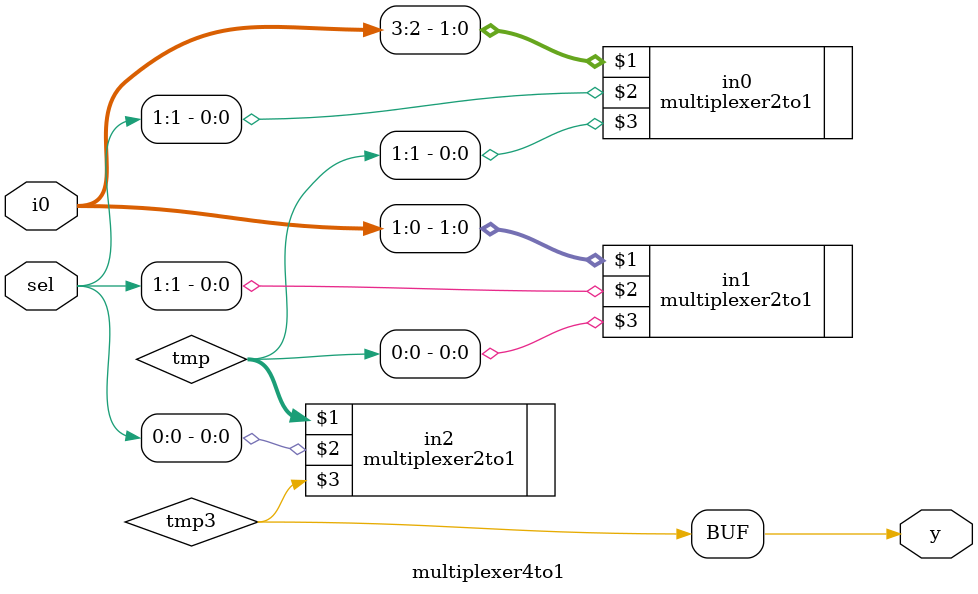
<source format=v>


module multiplexer4to1(i0,sel,y);

	input [3:0] i0;
	input [1:0] sel;
	output y;
	
	wire [1:0]tmp;
	wire tmp3;
	
	multiplexer2to1 in0(i0[3:2],sel[1],tmp[1]);
	multiplexer2to1 in1(i0[1:0],sel[1],tmp[0]);
	multiplexer2to1 in2(tmp,sel[0],tmp3);
	
	assign y = tmp3;
	
	endmodule
	
</source>
